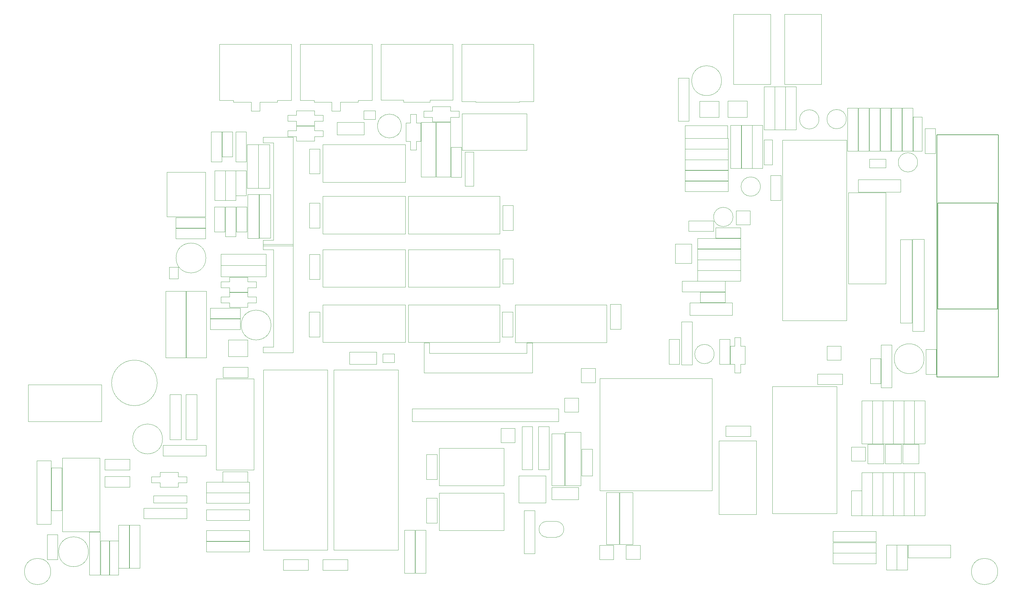
<source format=gbr>
%TF.GenerationSoftware,KiCad,Pcbnew,5.1.5+dfsg1-2build2*%
%TF.CreationDate,2021-10-05T23:16:15-04:00*%
%TF.ProjectId,coco3,636f636f-332e-46b6-9963-61645f706362,1.1.0*%
%TF.SameCoordinates,Original*%
%TF.FileFunction,Other,User*%
%FSLAX46Y46*%
G04 Gerber Fmt 4.6, Leading zero omitted, Abs format (unit mm)*
G04 Created by KiCad (PCBNEW 5.1.5+dfsg1-2build2) date 2021-10-05 23:16:15*
%MOMM*%
%LPD*%
G04 APERTURE LIST*
%ADD10C,0.050000*%
%ADD11C,0.152400*%
G04 APERTURE END LIST*
D10*
%TO.C,CN4*%
X185321400Y-101334000D02*
X185321400Y-104334000D01*
X186921400Y-101334000D02*
X185321400Y-101334000D01*
X186921400Y-104334000D02*
X186921400Y-101334000D01*
X157551400Y-101334000D02*
X157551400Y-104334000D01*
X155951400Y-101334000D02*
X157551400Y-101334000D01*
X155951400Y-104334000D02*
X155951400Y-101334000D01*
X186921400Y-109914000D02*
X155951400Y-109914000D01*
X186921400Y-104334000D02*
X186921400Y-109914000D01*
X157551400Y-104334000D02*
X185321400Y-104334000D01*
X155951400Y-109914000D02*
X155951400Y-104334000D01*
%TO.C,CN6*%
X110061000Y-44304000D02*
X113061000Y-44304000D01*
X110061000Y-42704000D02*
X110061000Y-44304000D01*
X113061000Y-42704000D02*
X110061000Y-42704000D01*
X110061000Y-72074000D02*
X113061000Y-72074000D01*
X110061000Y-73674000D02*
X110061000Y-72074000D01*
X113061000Y-73674000D02*
X110061000Y-73674000D01*
X118641000Y-42704000D02*
X118641000Y-73674000D01*
X113061000Y-42704000D02*
X118641000Y-42704000D01*
X113061000Y-72074000D02*
X113061000Y-44304000D01*
X118641000Y-73674000D02*
X113061000Y-73674000D01*
%TO.C,CN5*%
X110061000Y-74804000D02*
X113061000Y-74804000D01*
X110061000Y-73204000D02*
X110061000Y-74804000D01*
X113061000Y-73204000D02*
X110061000Y-73204000D01*
X110061000Y-102574000D02*
X113061000Y-102574000D01*
X110061000Y-104174000D02*
X110061000Y-102574000D01*
X113061000Y-104174000D02*
X110061000Y-104174000D01*
X118641000Y-73204000D02*
X118641000Y-104174000D01*
X113061000Y-73204000D02*
X118641000Y-73204000D01*
X113061000Y-102574000D02*
X113061000Y-74804000D01*
X118641000Y-104174000D02*
X113061000Y-104174000D01*
%TO.C,J5A1001*%
X254759200Y-7620400D02*
X244243600Y-7620400D01*
X244243600Y-7620400D02*
X244243600Y-27635600D01*
X244243600Y-27635600D02*
X254759200Y-27635600D01*
X254759200Y-27635600D02*
X254759200Y-7620400D01*
%TO.C,J5B1001*%
X269259200Y-7620400D02*
X258743600Y-7620400D01*
X258743600Y-7620400D02*
X258743600Y-27635600D01*
X258743600Y-27635600D02*
X269259200Y-27635600D01*
X269259200Y-27635600D02*
X269259200Y-7620400D01*
%TO.C,C1*%
X257791000Y-53624000D02*
X254791000Y-53624000D01*
X254791000Y-53624000D02*
X254791000Y-60724000D01*
X254791000Y-60724000D02*
X257791000Y-60724000D01*
X257791000Y-60724000D02*
X257791000Y-53624000D01*
%TO.C,C2*%
X276371000Y-37544000D02*
G75*
G03X276371000Y-37544000I-2750000J0D01*
G01*
%TO.C,C3*%
X296701000Y-49864000D02*
G75*
G03X296701000Y-49864000I-2750000J0D01*
G01*
%TO.C,C4*%
X268151000Y-113224000D02*
X275251000Y-113224000D01*
X268151000Y-110224000D02*
X268151000Y-113224000D01*
X275251000Y-110224000D02*
X268151000Y-110224000D01*
X275251000Y-113224000D02*
X275251000Y-110224000D01*
%TO.C,C6*%
X115851000Y-163174000D02*
X115851000Y-166174000D01*
X115851000Y-166174000D02*
X122951000Y-166174000D01*
X122951000Y-166174000D02*
X122951000Y-163174000D01*
X122951000Y-163174000D02*
X115851000Y-163174000D01*
%TO.C,C7*%
X127151000Y-166174000D02*
X134251000Y-166174000D01*
X127151000Y-163174000D02*
X127151000Y-166174000D01*
X134251000Y-163174000D02*
X127151000Y-163174000D01*
X134251000Y-166174000D02*
X134251000Y-163174000D01*
%TO.C,C8*%
X243201000Y-107474000D02*
X243201000Y-100374000D01*
X240201000Y-107474000D02*
X243201000Y-107474000D01*
X240201000Y-100374000D02*
X240201000Y-107474000D01*
X243201000Y-100374000D02*
X240201000Y-100374000D01*
%TO.C,C9*%
X238681000Y-104544000D02*
G75*
G03X238681000Y-104544000I-2750000J0D01*
G01*
%TO.C,C10*%
X228801000Y-100324000D02*
X225801000Y-100324000D01*
X225801000Y-100324000D02*
X225801000Y-107424000D01*
X225801000Y-107424000D02*
X228801000Y-107424000D01*
X228801000Y-107424000D02*
X228801000Y-100324000D01*
%TO.C,C11*%
X286201000Y-112974000D02*
X286201000Y-105874000D01*
X283201000Y-112974000D02*
X286201000Y-112974000D01*
X283201000Y-105874000D02*
X283201000Y-112974000D01*
X286201000Y-105874000D02*
X283201000Y-105874000D01*
%TO.C,C12*%
X242001000Y-125024000D02*
X242001000Y-128024000D01*
X242001000Y-128024000D02*
X249101000Y-128024000D01*
X249101000Y-128024000D02*
X249101000Y-125024000D01*
X249101000Y-125024000D02*
X242001000Y-125024000D01*
%TO.C,C13*%
X98551400Y-138074000D02*
X98551400Y-141074000D01*
X98551400Y-141074000D02*
X105651400Y-141074000D01*
X105651400Y-141074000D02*
X105651400Y-138074000D01*
X105651400Y-138074000D02*
X98551400Y-138074000D01*
%TO.C,C14*%
X48501400Y-156024000D02*
X48501400Y-163124000D01*
X51501400Y-156024000D02*
X48501400Y-156024000D01*
X51501400Y-163124000D02*
X51501400Y-156024000D01*
X48501400Y-163124000D02*
X51501400Y-163124000D01*
%TO.C,C15*%
X60301400Y-160944000D02*
G75*
G03X60301400Y-160944000I-4250000J0D01*
G01*
%TO.C,C16*%
X105301400Y-49694000D02*
X105301400Y-41194000D01*
X102301400Y-49694000D02*
X105301400Y-49694000D01*
X102301400Y-41194000D02*
X102301400Y-49694000D01*
X105301400Y-41194000D02*
X102301400Y-41194000D01*
%TO.C,C17*%
X99301400Y-71074000D02*
X102301400Y-71074000D01*
X102301400Y-71074000D02*
X102301400Y-62574000D01*
X102301400Y-62574000D02*
X99301400Y-62574000D01*
X99301400Y-62574000D02*
X99301400Y-71074000D01*
%TO.C,C18*%
X105461400Y-62574000D02*
X102461400Y-62574000D01*
X102461400Y-62574000D02*
X102461400Y-69674000D01*
X102461400Y-69674000D02*
X105461400Y-69674000D01*
X105461400Y-69674000D02*
X105461400Y-62574000D01*
%TO.C,C19*%
X105301400Y-59324000D02*
X105301400Y-52224000D01*
X102301400Y-59324000D02*
X105301400Y-59324000D01*
X102301400Y-52224000D02*
X102301400Y-59324000D01*
X105301400Y-52224000D02*
X102301400Y-52224000D01*
%TO.C,C20*%
X98301400Y-41194000D02*
X95301400Y-41194000D01*
X95301400Y-41194000D02*
X95301400Y-49694000D01*
X95301400Y-49694000D02*
X98301400Y-49694000D01*
X98301400Y-49694000D02*
X98301400Y-41194000D01*
%TO.C,C21*%
X96301400Y-52224000D02*
X96301400Y-60724000D01*
X99301400Y-52224000D02*
X96301400Y-52224000D01*
X99301400Y-60724000D02*
X99301400Y-52224000D01*
X96301400Y-60724000D02*
X99301400Y-60724000D01*
%TO.C,C22*%
X101401400Y-48294000D02*
X101401400Y-41194000D01*
X98401400Y-48294000D02*
X101401400Y-48294000D01*
X98401400Y-41194000D02*
X98401400Y-48294000D01*
X101401400Y-41194000D02*
X98401400Y-41194000D01*
%TO.C,C23*%
X99201400Y-69674000D02*
X99201400Y-62574000D01*
X96201400Y-69674000D02*
X99201400Y-69674000D01*
X96201400Y-62574000D02*
X96201400Y-69674000D01*
X99201400Y-62574000D02*
X96201400Y-62574000D01*
%TO.C,C24*%
X149521000Y-39504000D02*
G75*
G03X149521000Y-39504000I-3400000J0D01*
G01*
%TO.C,C25*%
X163651000Y-45574000D02*
X163651000Y-54074000D01*
X166651000Y-45574000D02*
X163651000Y-45574000D01*
X166651000Y-54074000D02*
X166651000Y-45574000D01*
X163651000Y-54074000D02*
X166651000Y-54074000D01*
%TO.C,C26*%
X302051000Y-110324000D02*
X302051000Y-103224000D01*
X299051000Y-110324000D02*
X302051000Y-110324000D01*
X299051000Y-103224000D02*
X299051000Y-110324000D01*
X302051000Y-103224000D02*
X299051000Y-103224000D01*
%TO.C,C27*%
X298551000Y-105874000D02*
G75*
G03X298551000Y-105874000I-4250000J0D01*
G01*
%TO.C,C28*%
X72051400Y-134574000D02*
X64951400Y-134574000D01*
X72051400Y-137574000D02*
X72051400Y-134574000D01*
X64951400Y-137574000D02*
X72051400Y-137574000D01*
X64951400Y-134574000D02*
X64951400Y-137574000D01*
%TO.C,C29*%
X79901400Y-112774000D02*
G75*
G03X79901400Y-112774000I-6500000J0D01*
G01*
%TO.C,C30*%
X72051400Y-142474000D02*
X72051400Y-139474000D01*
X72051400Y-139474000D02*
X64951400Y-139474000D01*
X64951400Y-139474000D02*
X64951400Y-142474000D01*
X64951400Y-142474000D02*
X72051400Y-142474000D01*
%TO.C,C31*%
X81411400Y-128774000D02*
G75*
G03X81411400Y-128774000I-4250000J0D01*
G01*
%TO.C,C32*%
X103551400Y-94524000D02*
X95051400Y-94524000D01*
X103551400Y-97524000D02*
X103551400Y-94524000D01*
X95051400Y-97524000D02*
X103551400Y-97524000D01*
X95051400Y-94524000D02*
X95051400Y-97524000D01*
%TO.C,C33*%
X95051400Y-91424000D02*
X95051400Y-94424000D01*
X95051400Y-94424000D02*
X103551400Y-94424000D01*
X103551400Y-94424000D02*
X103551400Y-91424000D01*
X103551400Y-91424000D02*
X95051400Y-91424000D01*
%TO.C,C34*%
X255341000Y-50524000D02*
X255341000Y-43424000D01*
X252941000Y-50524000D02*
X255341000Y-50524000D01*
X252941000Y-43424000D02*
X252941000Y-50524000D01*
X255341000Y-43424000D02*
X252941000Y-43424000D01*
%TO.C,C35*%
X85201400Y-68624000D02*
X93701400Y-68624000D01*
X85201400Y-65624000D02*
X85201400Y-68624000D01*
X93701400Y-65624000D02*
X85201400Y-65624000D01*
X93701400Y-68624000D02*
X93701400Y-65624000D01*
%TO.C,C36*%
X93701400Y-71674000D02*
X93701400Y-68674000D01*
X93701400Y-68674000D02*
X85201400Y-68674000D01*
X85201400Y-68674000D02*
X85201400Y-71674000D01*
X85201400Y-71674000D02*
X93701400Y-71674000D01*
%TO.C,C37*%
X234731000Y-89844000D02*
X241831000Y-89844000D01*
X234731000Y-86844000D02*
X234731000Y-89844000D01*
X241831000Y-86844000D02*
X234731000Y-86844000D01*
X241831000Y-89844000D02*
X241831000Y-86844000D01*
%TO.C,C38*%
X209101000Y-97424000D02*
X212101000Y-97424000D01*
X212101000Y-97424000D02*
X212101000Y-90324000D01*
X212101000Y-90324000D02*
X209101000Y-90324000D01*
X209101000Y-90324000D02*
X209101000Y-97424000D01*
%TO.C,C39*%
X178401000Y-69264000D02*
X181401000Y-69264000D01*
X181401000Y-69264000D02*
X181401000Y-62164000D01*
X181401000Y-62164000D02*
X178401000Y-62164000D01*
X178401000Y-62164000D02*
X178401000Y-69264000D01*
%TO.C,C40*%
X178276000Y-92564000D02*
X178276000Y-99664000D01*
X181276000Y-92564000D02*
X178276000Y-92564000D01*
X181276000Y-99664000D02*
X181276000Y-92564000D01*
X178276000Y-99664000D02*
X181276000Y-99664000D01*
%TO.C,C41*%
X178401000Y-77364000D02*
X178401000Y-84464000D01*
X181401000Y-77364000D02*
X178401000Y-77364000D01*
X181401000Y-84464000D02*
X181401000Y-77364000D01*
X178401000Y-84464000D02*
X181401000Y-84464000D01*
%TO.C,C42*%
X277801000Y-150624000D02*
X280801000Y-150624000D01*
X280801000Y-150624000D02*
X280801000Y-143524000D01*
X280801000Y-143524000D02*
X277801000Y-143524000D01*
X277801000Y-143524000D02*
X277801000Y-150624000D01*
%TO.C,C43*%
X123301000Y-46024000D02*
X123301000Y-53124000D01*
X126301000Y-46024000D02*
X123301000Y-46024000D01*
X126301000Y-53124000D02*
X126301000Y-46024000D01*
X123301000Y-53124000D02*
X126301000Y-53124000D01*
%TO.C,C44*%
X126301000Y-61464000D02*
X123301000Y-61464000D01*
X123301000Y-61464000D02*
X123301000Y-68564000D01*
X123301000Y-68564000D02*
X126301000Y-68564000D01*
X126301000Y-68564000D02*
X126301000Y-61464000D01*
%TO.C,C45*%
X126301000Y-83224000D02*
X126301000Y-76124000D01*
X123301000Y-83224000D02*
X126301000Y-83224000D01*
X123301000Y-76124000D02*
X123301000Y-83224000D01*
X126301000Y-76124000D02*
X123301000Y-76124000D01*
%TO.C,C46*%
X126231000Y-92574000D02*
X123231000Y-92574000D01*
X123231000Y-92574000D02*
X123231000Y-99674000D01*
X123231000Y-99674000D02*
X126231000Y-99674000D01*
X126231000Y-99674000D02*
X126231000Y-92574000D01*
%TO.C,C47*%
X156701000Y-133224000D02*
X156701000Y-140324000D01*
X159701000Y-133224000D02*
X156701000Y-133224000D01*
X159701000Y-140324000D02*
X159701000Y-133224000D01*
X156701000Y-140324000D02*
X159701000Y-140324000D01*
%TO.C,C48*%
X156701000Y-152724000D02*
X159701000Y-152724000D01*
X159701000Y-152724000D02*
X159701000Y-145624000D01*
X159701000Y-145624000D02*
X156701000Y-145624000D01*
X156701000Y-145624000D02*
X156701000Y-152724000D01*
%TO.C,C49*%
X99301400Y-60724000D02*
X102301400Y-60724000D01*
X102301400Y-60724000D02*
X102301400Y-52224000D01*
X102301400Y-52224000D02*
X99301400Y-52224000D01*
X99301400Y-52224000D02*
X99301400Y-60724000D01*
%TO.C,C50*%
X239151000Y-68474000D02*
X239151000Y-71474000D01*
X239151000Y-71474000D02*
X246251000Y-71474000D01*
X246251000Y-71474000D02*
X246251000Y-68474000D01*
X246251000Y-68474000D02*
X239151000Y-68474000D01*
%TO.C,C51*%
X238551000Y-69554000D02*
X238551000Y-66554000D01*
X238551000Y-66554000D02*
X231451000Y-66554000D01*
X231451000Y-66554000D02*
X231451000Y-69554000D01*
X231451000Y-69554000D02*
X238551000Y-69554000D01*
%TO.C,C54*%
X240801000Y-26574000D02*
G75*
G03X240801000Y-26574000I-4250000J0D01*
G01*
%TO.C,C55*%
X251881000Y-56774000D02*
G75*
G03X251881000Y-56774000I-2750000J0D01*
G01*
%TO.C,C56*%
X268571000Y-37614000D02*
G75*
G03X268571000Y-37614000I-2750000J0D01*
G01*
%TO.C,C58*%
X290801000Y-166124000D02*
X293801000Y-166124000D01*
X293801000Y-166124000D02*
X293801000Y-159024000D01*
X293801000Y-159024000D02*
X290801000Y-159024000D01*
X290801000Y-159024000D02*
X290801000Y-166124000D01*
%TO.C,C59*%
X287801000Y-159024000D02*
X287801000Y-166124000D01*
X290801000Y-159024000D02*
X287801000Y-159024000D01*
X290801000Y-166124000D02*
X290801000Y-159024000D01*
X287801000Y-166124000D02*
X290801000Y-166124000D01*
%TO.C,C60*%
X192351000Y-146074000D02*
X200051000Y-146074000D01*
X192351000Y-142574000D02*
X192351000Y-146074000D01*
X200051000Y-142574000D02*
X192351000Y-142574000D01*
X200051000Y-146074000D02*
X200051000Y-142574000D01*
%TO.C,C61*%
X298801000Y-47324000D02*
X301801000Y-47324000D01*
X301801000Y-47324000D02*
X301801000Y-40224000D01*
X301801000Y-40224000D02*
X298801000Y-40224000D01*
X298801000Y-40224000D02*
X298801000Y-47324000D01*
%TO.C,C62*%
X93781400Y-77144000D02*
G75*
G03X93781400Y-77144000I-4250000J0D01*
G01*
%TO.C,C63*%
X112351000Y-96274000D02*
G75*
G03X112351000Y-96274000I-4250000J0D01*
G01*
%TO.C,C64*%
X200951000Y-139324000D02*
X203951000Y-139324000D01*
X203951000Y-139324000D02*
X203951000Y-131624000D01*
X203951000Y-131624000D02*
X200951000Y-131624000D01*
X200951000Y-131624000D02*
X200951000Y-139324000D01*
%TO.C,C65*%
X134751000Y-103974000D02*
X134751000Y-107474000D01*
X134751000Y-107474000D02*
X142451000Y-107474000D01*
X142451000Y-107474000D02*
X142451000Y-103974000D01*
X142451000Y-103974000D02*
X134751000Y-103974000D01*
%TO.C,C66*%
X138851000Y-41974000D02*
X138851000Y-38474000D01*
X138851000Y-38474000D02*
X131151000Y-38474000D01*
X131151000Y-38474000D02*
X131151000Y-41974000D01*
X131151000Y-41974000D02*
X138851000Y-41974000D01*
%TO.C,C67*%
X244061000Y-65444000D02*
G75*
G03X244061000Y-65444000I-2750000J0D01*
G01*
%TO.C,C68*%
X105751400Y-108274000D02*
X98651400Y-108274000D01*
X105751400Y-111274000D02*
X105751400Y-108274000D01*
X98651400Y-111274000D02*
X105751400Y-111274000D01*
X98651400Y-108274000D02*
X98651400Y-111274000D01*
D11*
%TO.C,CN1*%
X319468400Y-91687000D02*
X319468400Y-61461000D01*
X302488500Y-91687000D02*
X319468400Y-91687000D01*
X302488500Y-61461000D02*
X302488500Y-91687000D01*
X319468400Y-61461000D02*
X302488500Y-61461000D01*
X319722400Y-111118000D02*
X319722400Y-42030000D01*
X302234500Y-111118000D02*
X319722400Y-111118000D01*
X302234500Y-42030000D02*
X302234500Y-111118000D01*
X319722400Y-42030000D02*
X302234500Y-42030000D01*
D10*
%TO.C,CN7*%
X82701400Y-52644000D02*
X82701400Y-65384000D01*
X93711400Y-52644000D02*
X82701400Y-52644000D01*
X93711400Y-65384000D02*
X93711400Y-52644000D01*
X82701400Y-65384000D02*
X93711400Y-65384000D01*
%TO.C,D1*%
X88051400Y-86624000D02*
X82351400Y-86624000D01*
X82351400Y-86624000D02*
X82351400Y-105564000D01*
X82351400Y-105564000D02*
X88051400Y-105564000D01*
X88051400Y-105564000D02*
X88051400Y-86624000D01*
%TO.C,D2*%
X93901400Y-105564000D02*
X93901400Y-86624000D01*
X88201400Y-105564000D02*
X93901400Y-105564000D01*
X88201400Y-86624000D02*
X88201400Y-105564000D01*
X93901400Y-86624000D02*
X88201400Y-86624000D01*
%TO.C,D3*%
X91251400Y-128974000D02*
X91251400Y-116114000D01*
X88051400Y-128974000D02*
X91251400Y-128974000D01*
X88051400Y-116114000D02*
X88051400Y-128974000D01*
X91251400Y-116114000D02*
X88051400Y-116114000D01*
%TO.C,D4*%
X86741400Y-116114000D02*
X83541400Y-116114000D01*
X83541400Y-116114000D02*
X83541400Y-128974000D01*
X83541400Y-128974000D02*
X86741400Y-128974000D01*
X86741400Y-128974000D02*
X86741400Y-116114000D01*
%TO.C,D5*%
X167651000Y-56624000D02*
X170151000Y-56624000D01*
X170151000Y-56624000D02*
X170151000Y-46904000D01*
X170151000Y-46904000D02*
X167651000Y-46904000D01*
X167651000Y-46904000D02*
X167651000Y-56624000D01*
%TO.C,D6*%
X66251400Y-167584000D02*
X66251400Y-157864000D01*
X63751400Y-167584000D02*
X66251400Y-167584000D01*
X63751400Y-157864000D02*
X63751400Y-167584000D01*
X66251400Y-157864000D02*
X63751400Y-157864000D01*
%TO.C,D7*%
X68851400Y-157864000D02*
X66351400Y-157864000D01*
X66351400Y-157864000D02*
X66351400Y-167584000D01*
X66351400Y-167584000D02*
X68851400Y-167584000D01*
X68851400Y-167584000D02*
X68851400Y-157864000D01*
%TO.C,D8*%
X108711400Y-57274000D02*
X108711400Y-44814000D01*
X105511400Y-57274000D02*
X108711400Y-57274000D01*
X105511400Y-44814000D02*
X105511400Y-57274000D01*
X108711400Y-44814000D02*
X105511400Y-44814000D01*
%TO.C,D9*%
X111981400Y-44814000D02*
X108781400Y-44814000D01*
X108781400Y-44814000D02*
X108781400Y-57274000D01*
X108781400Y-57274000D02*
X111981400Y-57274000D01*
X111981400Y-57274000D02*
X111981400Y-44814000D01*
%TO.C,D10*%
X108921400Y-59054000D02*
X105721400Y-59054000D01*
X105721400Y-59054000D02*
X105721400Y-71514000D01*
X105721400Y-71514000D02*
X108921400Y-71514000D01*
X108921400Y-71514000D02*
X108921400Y-59054000D01*
%TO.C,D11*%
X112231400Y-71504000D02*
X112231400Y-59044000D01*
X109031400Y-71504000D02*
X112231400Y-71504000D01*
X109031400Y-59044000D02*
X109031400Y-71504000D01*
X112231400Y-59044000D02*
X109031400Y-59044000D01*
%TO.C,D12*%
X297951000Y-46674000D02*
X297951000Y-36954000D01*
X295451000Y-46674000D02*
X297951000Y-46674000D01*
X295451000Y-36954000D02*
X295451000Y-46674000D01*
X297951000Y-36954000D02*
X295451000Y-36954000D01*
%TO.C,D13*%
X110921400Y-76014000D02*
X98061400Y-76014000D01*
X110921400Y-79214000D02*
X110921400Y-76014000D01*
X98061400Y-79214000D02*
X110921400Y-79214000D01*
X98061400Y-76014000D02*
X98061400Y-79214000D01*
%TO.C,D14*%
X110921000Y-82494000D02*
X110921000Y-79294000D01*
X110921000Y-79294000D02*
X98061000Y-79294000D01*
X98061000Y-79294000D02*
X98061000Y-82494000D01*
X98061000Y-82494000D02*
X110921000Y-82494000D01*
%TO.C,IC1*%
X276501000Y-43554000D02*
X258151000Y-43554000D01*
X276501000Y-95004000D02*
X276501000Y-43554000D01*
X258151000Y-95004000D02*
X276501000Y-95004000D01*
X258151000Y-43554000D02*
X258151000Y-95004000D01*
%TO.C,IC3*%
X287681000Y-58474000D02*
X276981000Y-58474000D01*
X287681000Y-84524000D02*
X287681000Y-58474000D01*
X276981000Y-84524000D02*
X287681000Y-84524000D01*
X276981000Y-58474000D02*
X276981000Y-84524000D01*
%TO.C,IC4*%
X110151000Y-109034000D02*
X110151000Y-160484000D01*
X110151000Y-160484000D02*
X128501000Y-160484000D01*
X128501000Y-160484000D02*
X128501000Y-109034000D01*
X128501000Y-109034000D02*
X110151000Y-109034000D01*
%TO.C,IC5*%
X148581000Y-109034000D02*
X130231000Y-109034000D01*
X148581000Y-160484000D02*
X148581000Y-109034000D01*
X130231000Y-160484000D02*
X148581000Y-160484000D01*
X130231000Y-109034000D02*
X130231000Y-160484000D01*
%TO.C,IC6*%
X206101000Y-111474000D02*
X206101000Y-143474000D01*
X238101000Y-111474000D02*
X206101000Y-111474000D01*
X238101000Y-143474000D02*
X238101000Y-111474000D01*
X206101000Y-143474000D02*
X238101000Y-143474000D01*
%TO.C,IC7*%
X96751400Y-111574000D02*
X96751400Y-137624000D01*
X96751400Y-137624000D02*
X107451400Y-137624000D01*
X107451400Y-137624000D02*
X107451400Y-111574000D01*
X107451400Y-111574000D02*
X96751400Y-111574000D01*
%TO.C,IC8*%
X52851400Y-134174000D02*
X52851400Y-155174000D01*
X52851400Y-155174000D02*
X63551400Y-155174000D01*
X63551400Y-155174000D02*
X63551400Y-134174000D01*
X63551400Y-134174000D02*
X52851400Y-134174000D01*
%TO.C,IC9*%
X250751000Y-129254000D02*
X240051000Y-129254000D01*
X250751000Y-150254000D02*
X250751000Y-129254000D01*
X240051000Y-150254000D02*
X250751000Y-150254000D01*
X240051000Y-129254000D02*
X240051000Y-150254000D01*
%TO.C,IC10*%
X182001000Y-101244000D02*
X208051000Y-101244000D01*
X208051000Y-101244000D02*
X208051000Y-90544000D01*
X208051000Y-90544000D02*
X182001000Y-90544000D01*
X182001000Y-90544000D02*
X182001000Y-101244000D01*
%TO.C,IC11*%
X151501000Y-59554000D02*
X151501000Y-70254000D01*
X177551000Y-59554000D02*
X151501000Y-59554000D01*
X177551000Y-70254000D02*
X177551000Y-59554000D01*
X151501000Y-70254000D02*
X177551000Y-70254000D01*
%TO.C,IC12*%
X151501000Y-101174000D02*
X177551000Y-101174000D01*
X177551000Y-101174000D02*
X177551000Y-90474000D01*
X177551000Y-90474000D02*
X151501000Y-90474000D01*
X151501000Y-90474000D02*
X151501000Y-101174000D01*
%TO.C,IC13*%
X151501000Y-74734000D02*
X151501000Y-85434000D01*
X177551000Y-74734000D02*
X151501000Y-74734000D01*
X177551000Y-85434000D02*
X177551000Y-74734000D01*
X151501000Y-85434000D02*
X177551000Y-85434000D01*
%TO.C,IC14*%
X160331000Y-142084000D02*
X178781000Y-142084000D01*
X178781000Y-142084000D02*
X178781000Y-131384000D01*
X178781000Y-131384000D02*
X160331000Y-131384000D01*
X160331000Y-131384000D02*
X160331000Y-142084000D01*
%TO.C,IC15*%
X160331000Y-144174000D02*
X160331000Y-154874000D01*
X178781000Y-144174000D02*
X160331000Y-144174000D01*
X178781000Y-154874000D02*
X178781000Y-144174000D01*
X160331000Y-154874000D02*
X178781000Y-154874000D01*
%TO.C,IC16*%
X127151000Y-85434000D02*
X150651000Y-85434000D01*
X150651000Y-85434000D02*
X150651000Y-74734000D01*
X150651000Y-74734000D02*
X127151000Y-74734000D01*
X127151000Y-74734000D02*
X127151000Y-85434000D01*
%TO.C,IC17*%
X127151000Y-90474000D02*
X127151000Y-101174000D01*
X150651000Y-90474000D02*
X127151000Y-90474000D01*
X150651000Y-101174000D02*
X150651000Y-90474000D01*
X127151000Y-101174000D02*
X150651000Y-101174000D01*
%TO.C,IC18*%
X127151000Y-44824000D02*
X127151000Y-55524000D01*
X150651000Y-44824000D02*
X127151000Y-44824000D01*
X150651000Y-55524000D02*
X150651000Y-44824000D01*
X127151000Y-55524000D02*
X150651000Y-55524000D01*
%TO.C,IC19*%
X127151000Y-70254000D02*
X150651000Y-70254000D01*
X150651000Y-70254000D02*
X150651000Y-59554000D01*
X150651000Y-59554000D02*
X127151000Y-59554000D01*
X127151000Y-59554000D02*
X127151000Y-70254000D01*
%TO.C,IC36*%
X105661000Y-105204000D02*
X100201000Y-105204000D01*
X105661000Y-105204000D02*
X105661000Y-100464000D01*
X100201000Y-100464000D02*
X100201000Y-105204000D01*
X100201000Y-100464000D02*
X105661000Y-100464000D01*
%TO.C,CN2*%
X152641000Y-123784000D02*
X194341000Y-123784000D01*
X194341000Y-123784000D02*
X194341000Y-120184000D01*
X194341000Y-120184000D02*
X152641000Y-120184000D01*
X152641000Y-120184000D02*
X152641000Y-123784000D01*
%TO.C,JK1*%
X97671000Y-16214000D02*
X118171000Y-16214000D01*
X97671000Y-32214000D02*
X97671000Y-16214000D01*
X101671000Y-32214000D02*
X97671000Y-32214000D01*
X101671000Y-32694000D02*
X101671000Y-32214000D01*
X106691000Y-32694000D02*
X101671000Y-32694000D01*
X106691000Y-35194000D02*
X106691000Y-32694000D01*
X109151000Y-35194000D02*
X106691000Y-35194000D01*
X109151000Y-32694000D02*
X109151000Y-35194000D01*
X114171000Y-32694000D02*
X109151000Y-32694000D01*
X114171000Y-32214000D02*
X114171000Y-32694000D01*
X118171000Y-32214000D02*
X114171000Y-32214000D01*
X118171000Y-16214000D02*
X118171000Y-32214000D01*
%TO.C,JK2*%
X141171000Y-16214000D02*
X141171000Y-32214000D01*
X141171000Y-32214000D02*
X137171000Y-32214000D01*
X137171000Y-32214000D02*
X137171000Y-32694000D01*
X137171000Y-32694000D02*
X132151000Y-32694000D01*
X132151000Y-32694000D02*
X132151000Y-35194000D01*
X132151000Y-35194000D02*
X129691000Y-35194000D01*
X129691000Y-35194000D02*
X129691000Y-32694000D01*
X129691000Y-32694000D02*
X124671000Y-32694000D01*
X124671000Y-32694000D02*
X124671000Y-32214000D01*
X124671000Y-32214000D02*
X120671000Y-32214000D01*
X120671000Y-32214000D02*
X120671000Y-16214000D01*
X120671000Y-16214000D02*
X141171000Y-16214000D01*
%TO.C,JK3*%
X164171000Y-16214000D02*
X164171000Y-32114000D01*
X164171000Y-32114000D02*
X157671000Y-32114000D01*
X157671000Y-32114000D02*
X157671000Y-32714000D01*
X157671000Y-32714000D02*
X150171000Y-32714000D01*
X150171000Y-32714000D02*
X150171000Y-32114000D01*
X150171000Y-32114000D02*
X143671000Y-32114000D01*
X143671000Y-32114000D02*
X143671000Y-16214000D01*
X143671000Y-16214000D02*
X164171000Y-16214000D01*
%TO.C,JK4*%
X187201000Y-16214000D02*
X187201000Y-32514000D01*
X187201000Y-32514000D02*
X183201000Y-32514000D01*
X183201000Y-32514000D02*
X183201000Y-32714000D01*
X183201000Y-32714000D02*
X170701000Y-32714000D01*
X170701000Y-32714000D02*
X170701000Y-32514000D01*
X170701000Y-32514000D02*
X166701000Y-32514000D01*
X166701000Y-32514000D02*
X166701000Y-16214000D01*
X166701000Y-16214000D02*
X187201000Y-16214000D01*
%TO.C,L1*%
X196201000Y-142074000D02*
X200701000Y-142074000D01*
X200701000Y-142074000D02*
X200701000Y-126874000D01*
X200701000Y-126874000D02*
X196201000Y-126874000D01*
X196201000Y-126874000D02*
X196201000Y-142074000D01*
%TO.C,MP1*%
X295241000Y-98074000D02*
X298541000Y-98074000D01*
X298541000Y-98074000D02*
X298541000Y-71824000D01*
X298541000Y-71824000D02*
X295241000Y-71824000D01*
X295241000Y-71824000D02*
X295241000Y-98074000D01*
%TO.C,MP2*%
X291801000Y-95644000D02*
X295101000Y-95644000D01*
X295101000Y-95644000D02*
X295101000Y-71894000D01*
X295101000Y-71894000D02*
X291801000Y-71894000D01*
X291801000Y-71894000D02*
X291801000Y-95644000D01*
%TO.C,Q1*%
X43091400Y-113307000D02*
X43091400Y-123807000D01*
X64051400Y-113307000D02*
X43091400Y-113307000D01*
X64051400Y-123807000D02*
X64051400Y-113307000D01*
X43091400Y-123807000D02*
X64051400Y-123807000D01*
%TO.C,Q2*%
X240041000Y-37024000D02*
X234541000Y-37024000D01*
X240041000Y-37024000D02*
X240041000Y-32424000D01*
X234541000Y-32424000D02*
X234541000Y-37024000D01*
X234541000Y-32424000D02*
X240041000Y-32424000D01*
%TO.C,Q3*%
X232241000Y-73174000D02*
X232241000Y-78674000D01*
X232241000Y-73174000D02*
X227641000Y-73174000D01*
X227641000Y-78674000D02*
X232241000Y-78674000D01*
X227641000Y-78674000D02*
X227641000Y-73174000D01*
%TO.C,Q4*%
X248141000Y-36974000D02*
X242641000Y-36974000D01*
X248141000Y-36974000D02*
X248141000Y-32374000D01*
X242641000Y-32374000D02*
X242641000Y-36974000D01*
X242641000Y-32374000D02*
X248141000Y-32374000D01*
%TO.C,Q5*%
X282451000Y-135774000D02*
X282451000Y-130274000D01*
X282451000Y-135774000D02*
X287051000Y-135774000D01*
X287051000Y-130274000D02*
X282451000Y-130274000D01*
X287051000Y-130274000D02*
X287051000Y-135774000D01*
%TO.C,Q6*%
X292051000Y-130274000D02*
X292051000Y-135774000D01*
X292051000Y-130274000D02*
X287451000Y-130274000D01*
X287451000Y-135774000D02*
X292051000Y-135774000D01*
X287451000Y-135774000D02*
X287451000Y-130274000D01*
%TO.C,Q7*%
X292451000Y-135774000D02*
X292451000Y-130274000D01*
X292451000Y-135774000D02*
X297051000Y-135774000D01*
X297051000Y-130274000D02*
X292451000Y-130274000D01*
X297051000Y-130274000D02*
X297051000Y-135774000D01*
%TO.C,R1*%
X295326000Y-34414000D02*
X292326000Y-34414000D01*
X292326000Y-34414000D02*
X292326000Y-46674000D01*
X292326000Y-46674000D02*
X295326000Y-46674000D01*
X295326000Y-46674000D02*
X295326000Y-34414000D01*
%TO.C,R2*%
X282826000Y-34414000D02*
X279826000Y-34414000D01*
X279826000Y-34414000D02*
X279826000Y-46674000D01*
X279826000Y-46674000D02*
X282826000Y-46674000D01*
X282826000Y-46674000D02*
X282826000Y-34414000D01*
%TO.C,R3*%
X285951000Y-46674000D02*
X285951000Y-34414000D01*
X282951000Y-46674000D02*
X285951000Y-46674000D01*
X282951000Y-34414000D02*
X282951000Y-46674000D01*
X285951000Y-34414000D02*
X282951000Y-34414000D01*
%TO.C,R4*%
X289076000Y-46674000D02*
X289076000Y-34414000D01*
X286076000Y-46674000D02*
X289076000Y-46674000D01*
X286076000Y-34414000D02*
X286076000Y-46674000D01*
X289076000Y-34414000D02*
X286076000Y-34414000D01*
%TO.C,R5*%
X292201000Y-34414000D02*
X289201000Y-34414000D01*
X289201000Y-34414000D02*
X289201000Y-46674000D01*
X289201000Y-46674000D02*
X292201000Y-46674000D01*
X292201000Y-46674000D02*
X292201000Y-34414000D01*
%TO.C,R6*%
X153501000Y-167024000D02*
X156501000Y-167024000D01*
X156501000Y-167024000D02*
X156501000Y-154764000D01*
X156501000Y-154764000D02*
X153501000Y-154764000D01*
X153501000Y-154764000D02*
X153501000Y-167024000D01*
%TO.C,R7*%
X93951400Y-157974000D02*
X93951400Y-160974000D01*
X93951400Y-160974000D02*
X106211400Y-160974000D01*
X106211400Y-160974000D02*
X106211400Y-157974000D01*
X106211400Y-157974000D02*
X93951400Y-157974000D01*
%TO.C,R8*%
X232401000Y-107634000D02*
X232401000Y-95374000D01*
X229401000Y-107634000D02*
X232401000Y-107634000D01*
X229401000Y-95374000D02*
X229401000Y-107634000D01*
X232401000Y-95374000D02*
X229401000Y-95374000D01*
%TO.C,R9*%
X211801000Y-144044000D02*
X211801000Y-158844000D01*
X215501000Y-144044000D02*
X211801000Y-144044000D01*
X215501000Y-158844000D02*
X215501000Y-144044000D01*
X211801000Y-158844000D02*
X215501000Y-158844000D01*
%TO.C,R10*%
X207951000Y-144044000D02*
X207951000Y-158844000D01*
X211651000Y-144044000D02*
X207951000Y-144044000D01*
X211651000Y-158844000D02*
X211651000Y-144044000D01*
X207951000Y-158844000D02*
X211651000Y-158844000D01*
%TO.C,R11*%
X286301000Y-114174000D02*
X289301000Y-114174000D01*
X289301000Y-114174000D02*
X289301000Y-101914000D01*
X289301000Y-101914000D02*
X286301000Y-101914000D01*
X286301000Y-101914000D02*
X286301000Y-114174000D01*
%TO.C,R12*%
X106211400Y-154874000D02*
X93951400Y-154874000D01*
X106211400Y-157874000D02*
X106211400Y-154874000D01*
X93951400Y-157874000D02*
X106211400Y-157874000D01*
X93951400Y-154874000D02*
X93951400Y-157874000D01*
%TO.C,R13*%
X155151000Y-54024000D02*
X159251000Y-54024000D01*
X159251000Y-54024000D02*
X159251000Y-38424000D01*
X159251000Y-38424000D02*
X155151000Y-38424000D01*
X155151000Y-38424000D02*
X155151000Y-54024000D01*
%TO.C,R14*%
X159451000Y-38424000D02*
X159451000Y-54024000D01*
X163551000Y-38424000D02*
X159451000Y-38424000D01*
X163551000Y-54024000D02*
X163551000Y-38424000D01*
X159451000Y-54024000D02*
X163551000Y-54024000D01*
%TO.C,R16*%
X75001400Y-153324000D02*
X72001400Y-153324000D01*
X72001400Y-153324000D02*
X72001400Y-165584000D01*
X72001400Y-165584000D02*
X75001400Y-165584000D01*
X75001400Y-165584000D02*
X75001400Y-153324000D01*
%TO.C,R17*%
X68901400Y-153324000D02*
X68901400Y-165584000D01*
X71901400Y-153324000D02*
X68901400Y-153324000D01*
X71901400Y-165584000D02*
X71901400Y-153324000D01*
X68901400Y-165584000D02*
X71901400Y-165584000D01*
%TO.C,R18*%
X88351400Y-151474000D02*
X88351400Y-148474000D01*
X88351400Y-148474000D02*
X76091400Y-148474000D01*
X76091400Y-148474000D02*
X76091400Y-151474000D01*
X76091400Y-151474000D02*
X88351400Y-151474000D01*
%TO.C,R19*%
X45551400Y-153124000D02*
X49651400Y-153124000D01*
X49651400Y-153124000D02*
X49651400Y-134984000D01*
X49651400Y-134984000D02*
X45551400Y-134984000D01*
X45551400Y-134984000D02*
X45551400Y-153124000D01*
%TO.C,R20*%
X49701400Y-136964000D02*
X49701400Y-149224000D01*
X52701400Y-136964000D02*
X49701400Y-136964000D01*
X52701400Y-149224000D02*
X52701400Y-136964000D01*
X49701400Y-149224000D02*
X52701400Y-149224000D01*
%TO.C,R21*%
X153401000Y-154764000D02*
X150401000Y-154764000D01*
X150401000Y-154764000D02*
X150401000Y-167024000D01*
X150401000Y-167024000D02*
X153401000Y-167024000D01*
X153401000Y-167024000D02*
X153401000Y-154764000D01*
%TO.C,R22*%
X186901000Y-137484000D02*
X186901000Y-125224000D01*
X183901000Y-137484000D02*
X186901000Y-137484000D01*
X183901000Y-125224000D02*
X183901000Y-137484000D01*
X186901000Y-125224000D02*
X183901000Y-125224000D01*
%TO.C,R23*%
X191601000Y-137484000D02*
X191601000Y-125224000D01*
X188601000Y-137484000D02*
X191601000Y-137484000D01*
X188601000Y-125224000D02*
X188601000Y-137484000D01*
X191601000Y-125224000D02*
X188601000Y-125224000D01*
%TO.C,R26*%
X246241000Y-74544000D02*
X246241000Y-71544000D01*
X246241000Y-71544000D02*
X233981000Y-71544000D01*
X233981000Y-71544000D02*
X233981000Y-74544000D01*
X233981000Y-74544000D02*
X246241000Y-74544000D01*
%TO.C,R27*%
X233971000Y-80724000D02*
X233971000Y-83724000D01*
X233971000Y-83724000D02*
X246231000Y-83724000D01*
X246231000Y-83724000D02*
X246231000Y-80724000D01*
X246231000Y-80724000D02*
X233971000Y-80724000D01*
%TO.C,R28*%
X246241000Y-74604000D02*
X233981000Y-74604000D01*
X246241000Y-77604000D02*
X246241000Y-74604000D01*
X233981000Y-77604000D02*
X246241000Y-77604000D01*
X233981000Y-74604000D02*
X233981000Y-77604000D01*
%TO.C,R29*%
X246231000Y-80674000D02*
X246231000Y-77674000D01*
X246231000Y-77674000D02*
X233971000Y-77674000D01*
X233971000Y-77674000D02*
X233971000Y-80674000D01*
X233971000Y-80674000D02*
X246231000Y-80674000D01*
%TO.C,R30*%
X242701000Y-52104000D02*
X242701000Y-49104000D01*
X242701000Y-49104000D02*
X230441000Y-49104000D01*
X230441000Y-49104000D02*
X230441000Y-52104000D01*
X230441000Y-52104000D02*
X242701000Y-52104000D01*
%TO.C,R31*%
X249541000Y-51574000D02*
X252541000Y-51574000D01*
X252541000Y-51574000D02*
X252541000Y-39314000D01*
X252541000Y-39314000D02*
X249541000Y-39314000D01*
X249541000Y-39314000D02*
X249541000Y-51574000D01*
%TO.C,R32*%
X252961000Y-40574000D02*
X255961000Y-40574000D01*
X255961000Y-40574000D02*
X255961000Y-28314000D01*
X255961000Y-28314000D02*
X252961000Y-28314000D01*
X252961000Y-28314000D02*
X252961000Y-40574000D01*
%TO.C,R33*%
X246511000Y-51574000D02*
X249511000Y-51574000D01*
X249511000Y-51574000D02*
X249511000Y-39314000D01*
X249511000Y-39314000D02*
X246511000Y-39314000D01*
X246511000Y-39314000D02*
X246511000Y-51574000D01*
%TO.C,R34*%
X246381000Y-51574000D02*
X246381000Y-39314000D01*
X243381000Y-51574000D02*
X246381000Y-51574000D01*
X243381000Y-39314000D02*
X243381000Y-51574000D01*
X246381000Y-39314000D02*
X243381000Y-39314000D01*
%TO.C,R35*%
X256001000Y-28314000D02*
X256001000Y-40574000D01*
X259001000Y-28314000D02*
X256001000Y-28314000D01*
X259001000Y-40574000D02*
X259001000Y-28314000D01*
X256001000Y-40574000D02*
X259001000Y-40574000D01*
%TO.C,R36*%
X259061000Y-40564000D02*
X262061000Y-40564000D01*
X262061000Y-40564000D02*
X262061000Y-28304000D01*
X262061000Y-28304000D02*
X259061000Y-28304000D01*
X259061000Y-28304000D02*
X259061000Y-40564000D01*
%TO.C,R38*%
X280801000Y-117864000D02*
X280801000Y-130124000D01*
X283801000Y-117864000D02*
X280801000Y-117864000D01*
X283801000Y-130124000D02*
X283801000Y-117864000D01*
X280801000Y-130124000D02*
X283801000Y-130124000D01*
%TO.C,R39*%
X283801000Y-130124000D02*
X286801000Y-130124000D01*
X286801000Y-130124000D02*
X286801000Y-117864000D01*
X286801000Y-117864000D02*
X283801000Y-117864000D01*
X283801000Y-117864000D02*
X283801000Y-130124000D01*
%TO.C,R40*%
X272591000Y-158074000D02*
X284851000Y-158074000D01*
X272591000Y-155074000D02*
X272591000Y-158074000D01*
X284851000Y-155074000D02*
X272591000Y-155074000D01*
X284851000Y-158074000D02*
X284851000Y-155074000D01*
%TO.C,R42*%
X280801000Y-150624000D02*
X283801000Y-150624000D01*
X283801000Y-150624000D02*
X283801000Y-138364000D01*
X283801000Y-138364000D02*
X280801000Y-138364000D01*
X280801000Y-138364000D02*
X280801000Y-150624000D01*
%TO.C,R43*%
X283801000Y-138364000D02*
X283801000Y-150624000D01*
X286801000Y-138364000D02*
X283801000Y-138364000D01*
X286801000Y-150624000D02*
X286801000Y-138364000D01*
X283801000Y-150624000D02*
X286801000Y-150624000D01*
%TO.C,R45*%
X286801000Y-117864000D02*
X286801000Y-130124000D01*
X289801000Y-117864000D02*
X286801000Y-117864000D01*
X289801000Y-130124000D02*
X289801000Y-117864000D01*
X286801000Y-130124000D02*
X289801000Y-130124000D01*
%TO.C,R46*%
X289801000Y-130124000D02*
X292801000Y-130124000D01*
X292801000Y-130124000D02*
X292801000Y-117864000D01*
X292801000Y-117864000D02*
X289801000Y-117864000D01*
X289801000Y-117864000D02*
X289801000Y-130124000D01*
%TO.C,R47*%
X284851000Y-161324000D02*
X284851000Y-158324000D01*
X284851000Y-158324000D02*
X272591000Y-158324000D01*
X272591000Y-158324000D02*
X272591000Y-161324000D01*
X272591000Y-161324000D02*
X284851000Y-161324000D01*
%TO.C,R49*%
X286801000Y-138364000D02*
X286801000Y-150624000D01*
X289801000Y-138364000D02*
X286801000Y-138364000D01*
X289801000Y-150624000D02*
X289801000Y-138364000D01*
X286801000Y-150624000D02*
X289801000Y-150624000D01*
%TO.C,R50*%
X289801000Y-138364000D02*
X289801000Y-150624000D01*
X292801000Y-138364000D02*
X289801000Y-138364000D01*
X292801000Y-150624000D02*
X292801000Y-138364000D01*
X289801000Y-150624000D02*
X292801000Y-150624000D01*
%TO.C,R52*%
X292801000Y-117864000D02*
X292801000Y-130124000D01*
X295801000Y-117864000D02*
X292801000Y-117864000D01*
X295801000Y-130124000D02*
X295801000Y-117864000D01*
X292801000Y-130124000D02*
X295801000Y-130124000D01*
%TO.C,R53*%
X295801000Y-117864000D02*
X295801000Y-130124000D01*
X298801000Y-117864000D02*
X295801000Y-117864000D01*
X298801000Y-130124000D02*
X298801000Y-117864000D01*
X295801000Y-130124000D02*
X298801000Y-130124000D01*
%TO.C,R54*%
X284851000Y-164324000D02*
X284851000Y-161324000D01*
X284851000Y-161324000D02*
X272591000Y-161324000D01*
X272591000Y-161324000D02*
X272591000Y-164324000D01*
X272591000Y-164324000D02*
X284851000Y-164324000D01*
%TO.C,R56*%
X292801000Y-150624000D02*
X295801000Y-150624000D01*
X295801000Y-150624000D02*
X295801000Y-138364000D01*
X295801000Y-138364000D02*
X292801000Y-138364000D01*
X292801000Y-138364000D02*
X292801000Y-150624000D01*
%TO.C,R57*%
X295801000Y-150624000D02*
X298801000Y-150624000D01*
X298801000Y-150624000D02*
X298801000Y-138364000D01*
X298801000Y-138364000D02*
X295801000Y-138364000D01*
X295801000Y-138364000D02*
X295801000Y-150624000D01*
%TO.C,R59*%
X93951000Y-151974000D02*
X106211000Y-151974000D01*
X93951000Y-148974000D02*
X93951000Y-151974000D01*
X106211000Y-148974000D02*
X93951000Y-148974000D01*
X106211000Y-151974000D02*
X106211000Y-148974000D01*
%TO.C,R60*%
X228501000Y-25834000D02*
X228501000Y-38094000D01*
X231501000Y-25834000D02*
X228501000Y-25834000D01*
X231501000Y-38094000D02*
X231501000Y-25834000D01*
X228501000Y-38094000D02*
X231501000Y-38094000D01*
%TO.C,R61*%
X106211000Y-147074000D02*
X106211000Y-144074000D01*
X106211000Y-144074000D02*
X93951000Y-144074000D01*
X93951000Y-144074000D02*
X93951000Y-147074000D01*
X93951000Y-147074000D02*
X106211000Y-147074000D01*
%TO.C,R62*%
X93951000Y-144074000D02*
X106211000Y-144074000D01*
X93951000Y-141074000D02*
X93951000Y-144074000D01*
X106211000Y-141074000D02*
X93951000Y-141074000D01*
X106211000Y-144074000D02*
X106211000Y-141074000D01*
%TO.C,R63*%
X196051000Y-127274000D02*
X192351000Y-127274000D01*
X192351000Y-127274000D02*
X192351000Y-142074000D01*
X192351000Y-142074000D02*
X196051000Y-142074000D01*
X196051000Y-142074000D02*
X196051000Y-127274000D01*
%TO.C,R65*%
X187551000Y-149174000D02*
X184551000Y-149174000D01*
X184551000Y-149174000D02*
X184551000Y-161434000D01*
X184551000Y-161434000D02*
X187551000Y-161434000D01*
X187551000Y-161434000D02*
X187551000Y-149174000D01*
%TO.C,R66*%
X63601400Y-167584000D02*
X63601400Y-155324000D01*
X60601400Y-167584000D02*
X63601400Y-167584000D01*
X60601400Y-155324000D02*
X60601400Y-167584000D01*
X63601400Y-155324000D02*
X60601400Y-155324000D01*
%TO.C,R68*%
X229571000Y-86774000D02*
X241831000Y-86774000D01*
X229571000Y-83774000D02*
X229571000Y-86774000D01*
X241831000Y-83774000D02*
X229571000Y-83774000D01*
X241831000Y-86774000D02*
X241831000Y-83774000D01*
%TO.C,R69*%
X230441000Y-58194000D02*
X242701000Y-58194000D01*
X230441000Y-55194000D02*
X230441000Y-58194000D01*
X242701000Y-55194000D02*
X230441000Y-55194000D01*
X242701000Y-58194000D02*
X242701000Y-55194000D01*
%TO.C,R70*%
X230441000Y-52144000D02*
X230441000Y-55144000D01*
X230441000Y-55144000D02*
X242701000Y-55144000D01*
X242701000Y-55144000D02*
X242701000Y-52144000D01*
X242701000Y-52144000D02*
X230441000Y-52144000D01*
%TO.C,R71*%
X230441000Y-49074000D02*
X242701000Y-49074000D01*
X230441000Y-46074000D02*
X230441000Y-49074000D01*
X242701000Y-46074000D02*
X230441000Y-46074000D01*
X242701000Y-49074000D02*
X242701000Y-46074000D01*
%TO.C,R72*%
X242701000Y-46044000D02*
X242701000Y-43044000D01*
X242701000Y-43044000D02*
X230441000Y-43044000D01*
X230441000Y-43044000D02*
X230441000Y-46044000D01*
X230441000Y-46044000D02*
X242701000Y-46044000D01*
%TO.C,RY1*%
X185311000Y-46429000D02*
X185311000Y-35979000D01*
X166791000Y-46429000D02*
X185311000Y-46429000D01*
X166791000Y-35979000D02*
X166791000Y-46429000D01*
X185311000Y-35979000D02*
X166791000Y-35979000D01*
%TO.C,TC1*%
X190701000Y-139324000D02*
X183001000Y-139324000D01*
X183001000Y-139324000D02*
X183001000Y-147024000D01*
X183001000Y-147024000D02*
X190701000Y-147024000D01*
X190701000Y-147024000D02*
X190701000Y-139324000D01*
%TO.C,X1*%
X193701000Y-152274000D02*
X190901000Y-152274000D01*
X190901000Y-156774000D02*
X193701000Y-156774000D01*
X193701000Y-156774000D02*
G75*
G03X195851000Y-154524000I-50000J2200000D01*
G01*
X188751000Y-154524000D02*
G75*
G03X190901000Y-156774000I2200000J-50000D01*
G01*
X190901000Y-152274000D02*
G75*
G03X188751000Y-154524000I50000J-2200000D01*
G01*
X195851000Y-154524000D02*
G75*
G03X193701000Y-152274000I-2200000J50000D01*
G01*
%TO.C,IC2*%
X273681000Y-113774000D02*
X255331000Y-113774000D01*
X273681000Y-150024000D02*
X273681000Y-113774000D01*
X255331000Y-150024000D02*
X273681000Y-150024000D01*
X255331000Y-113774000D02*
X255331000Y-150024000D01*
%TO.C,H1*%
X49551400Y-166574000D02*
G75*
G03X49551400Y-166574000I-3750000J0D01*
G01*
%TO.C,H2*%
X319551000Y-166574000D02*
G75*
G03X319551000Y-166574000I-3750000J0D01*
G01*
%TO.C,C52*%
X231741000Y-89884000D02*
X231741000Y-93484000D01*
X231741000Y-93484000D02*
X243841000Y-93484000D01*
X243841000Y-93484000D02*
X243841000Y-89884000D01*
X243841000Y-89884000D02*
X231741000Y-89884000D01*
%TO.C,C5*%
X279751000Y-58374000D02*
X291851000Y-58374000D01*
X279751000Y-54774000D02*
X279751000Y-58374000D01*
X291851000Y-54774000D02*
X279751000Y-54774000D01*
X291851000Y-58374000D02*
X291851000Y-54774000D01*
%TO.C,C53*%
X230441000Y-39394000D02*
X230441000Y-42994000D01*
X230441000Y-42994000D02*
X242541000Y-42994000D01*
X242541000Y-42994000D02*
X242541000Y-39394000D01*
X242541000Y-39394000D02*
X230441000Y-39394000D01*
%TO.C,C57*%
X294001000Y-159024000D02*
X294001000Y-162624000D01*
X294001000Y-162624000D02*
X306101000Y-162624000D01*
X306101000Y-162624000D02*
X306101000Y-159024000D01*
X306101000Y-159024000D02*
X294001000Y-159024000D01*
%TO.C,FB10*%
X119571000Y-40794000D02*
X117116000Y-40794000D01*
X124771000Y-40794000D02*
X127226000Y-40794000D01*
X124771000Y-39534000D02*
X119571000Y-39534000D01*
X119571000Y-40794000D02*
X119571000Y-39534000D01*
X119571000Y-42534000D02*
X119571000Y-43794000D01*
X117116000Y-42534000D02*
X117116000Y-40794000D01*
X124771000Y-40794000D02*
X124771000Y-39534000D01*
X124771000Y-42534000D02*
X124771000Y-43794000D01*
X127226000Y-42534000D02*
X127226000Y-40794000D01*
X119571000Y-42534000D02*
X117116000Y-42534000D01*
X124771000Y-42534000D02*
X127226000Y-42534000D01*
X124771000Y-43794000D02*
X119571000Y-43794000D01*
%TO.C,FB1*%
X105716000Y-86904000D02*
X100516000Y-86904000D01*
X105716000Y-85644000D02*
X108171000Y-85644000D01*
X100516000Y-85644000D02*
X98061000Y-85644000D01*
X108171000Y-85644000D02*
X108171000Y-83904000D01*
X105716000Y-85644000D02*
X105716000Y-86904000D01*
X105716000Y-83904000D02*
X105716000Y-82644000D01*
X98061000Y-85644000D02*
X98061000Y-83904000D01*
X100516000Y-85644000D02*
X100516000Y-86904000D01*
X100516000Y-83904000D02*
X100516000Y-82644000D01*
X105716000Y-82644000D02*
X100516000Y-82644000D01*
X105716000Y-83904000D02*
X108171000Y-83904000D01*
X100516000Y-83904000D02*
X98061000Y-83904000D01*
%TO.C,FB2*%
X100516000Y-88204000D02*
X98061000Y-88204000D01*
X105716000Y-88204000D02*
X108171000Y-88204000D01*
X105716000Y-86944000D02*
X100516000Y-86944000D01*
X100516000Y-88204000D02*
X100516000Y-86944000D01*
X100516000Y-89944000D02*
X100516000Y-91204000D01*
X98061000Y-89944000D02*
X98061000Y-88204000D01*
X105716000Y-88204000D02*
X105716000Y-86944000D01*
X105716000Y-89944000D02*
X105716000Y-91204000D01*
X108171000Y-89944000D02*
X108171000Y-88204000D01*
X100516000Y-89944000D02*
X98061000Y-89944000D01*
X105716000Y-89944000D02*
X108171000Y-89944000D01*
X105716000Y-91204000D02*
X100516000Y-91204000D01*
%TO.C,FB5*%
X246271000Y-102274000D02*
X246271000Y-99819000D01*
X246271000Y-107474000D02*
X246271000Y-109929000D01*
X247531000Y-107474000D02*
X247531000Y-102274000D01*
X246271000Y-102274000D02*
X247531000Y-102274000D01*
X244531000Y-102274000D02*
X243271000Y-102274000D01*
X244531000Y-99819000D02*
X246271000Y-99819000D01*
X246271000Y-107474000D02*
X247531000Y-107474000D01*
X244531000Y-107474000D02*
X243271000Y-107474000D01*
X244531000Y-109929000D02*
X246271000Y-109929000D01*
X244531000Y-102274000D02*
X244531000Y-99819000D01*
X244531000Y-107474000D02*
X244531000Y-109929000D01*
X243271000Y-107474000D02*
X243271000Y-102274000D01*
%TO.C,FB6*%
X153821000Y-38654000D02*
X153821000Y-36199000D01*
X153821000Y-43854000D02*
X153821000Y-46309000D01*
X155081000Y-43854000D02*
X155081000Y-38654000D01*
X153821000Y-38654000D02*
X155081000Y-38654000D01*
X152081000Y-38654000D02*
X150821000Y-38654000D01*
X152081000Y-36199000D02*
X153821000Y-36199000D01*
X153821000Y-43854000D02*
X155081000Y-43854000D01*
X152081000Y-43854000D02*
X150821000Y-43854000D01*
X152081000Y-46309000D02*
X153821000Y-46309000D01*
X152081000Y-38654000D02*
X152081000Y-36199000D01*
X152081000Y-43854000D02*
X152081000Y-46309000D01*
X150821000Y-43854000D02*
X150821000Y-38654000D01*
%TO.C,FB7*%
X85896400Y-141244000D02*
X88351400Y-141244000D01*
X80696400Y-141244000D02*
X78241400Y-141244000D01*
X80696400Y-142504000D02*
X85896400Y-142504000D01*
X85896400Y-141244000D02*
X85896400Y-142504000D01*
X85896400Y-139504000D02*
X85896400Y-138244000D01*
X88351400Y-139504000D02*
X88351400Y-141244000D01*
X80696400Y-141244000D02*
X80696400Y-142504000D01*
X80696400Y-139504000D02*
X80696400Y-138244000D01*
X78241400Y-139504000D02*
X78241400Y-141244000D01*
X85896400Y-139504000D02*
X88351400Y-139504000D01*
X80696400Y-139504000D02*
X78241400Y-139504000D01*
X80696400Y-138244000D02*
X85896400Y-138244000D01*
%TO.C,FB8*%
X158351000Y-33994000D02*
X163551000Y-33994000D01*
X158351000Y-35254000D02*
X155896000Y-35254000D01*
X163551000Y-35254000D02*
X166006000Y-35254000D01*
X155896000Y-35254000D02*
X155896000Y-36994000D01*
X158351000Y-35254000D02*
X158351000Y-33994000D01*
X158351000Y-36994000D02*
X158351000Y-38254000D01*
X166006000Y-35254000D02*
X166006000Y-36994000D01*
X163551000Y-35254000D02*
X163551000Y-33994000D01*
X163551000Y-36994000D02*
X163551000Y-38254000D01*
X158351000Y-38254000D02*
X163551000Y-38254000D01*
X158351000Y-36994000D02*
X155896000Y-36994000D01*
X163551000Y-36994000D02*
X166006000Y-36994000D01*
%TO.C,FB9*%
X119571000Y-35134000D02*
X124771000Y-35134000D01*
X119571000Y-36394000D02*
X117116000Y-36394000D01*
X124771000Y-36394000D02*
X127226000Y-36394000D01*
X117116000Y-36394000D02*
X117116000Y-38134000D01*
X119571000Y-36394000D02*
X119571000Y-35134000D01*
X119571000Y-38134000D02*
X119571000Y-39394000D01*
X127226000Y-36394000D02*
X127226000Y-38134000D01*
X124771000Y-36394000D02*
X124771000Y-35134000D01*
X124771000Y-38134000D02*
X124771000Y-39394000D01*
X119571000Y-39394000D02*
X124771000Y-39394000D01*
X119571000Y-38134000D02*
X117116000Y-38134000D01*
X124771000Y-38134000D02*
X127226000Y-38134000D01*
%TO.C,TP7*%
X248991000Y-67674000D02*
X244991000Y-67674000D01*
X248991000Y-67674000D02*
X248991000Y-63674000D01*
X244991000Y-63674000D02*
X244991000Y-67674000D01*
X244991000Y-63674000D02*
X248991000Y-63674000D01*
%TO.C,TP8*%
X277801000Y-131074000D02*
X281801000Y-131074000D01*
X277801000Y-131074000D02*
X277801000Y-135074000D01*
X281801000Y-135074000D02*
X281801000Y-131074000D01*
X281801000Y-135074000D02*
X277801000Y-135074000D01*
%TO.C,R15*%
X78831400Y-147024000D02*
X88351400Y-147024000D01*
X78831400Y-144924000D02*
X78831400Y-147024000D01*
X88351400Y-144924000D02*
X78831400Y-144924000D01*
X88351400Y-147024000D02*
X88351400Y-144924000D01*
%TO.C,TP4*%
X181901000Y-129774000D02*
X177901000Y-129774000D01*
X181901000Y-129774000D02*
X181901000Y-125774000D01*
X177901000Y-125774000D02*
X177901000Y-129774000D01*
X177901000Y-125774000D02*
X181901000Y-125774000D01*
%TO.C,TP5*%
X200001000Y-121074000D02*
X196001000Y-121074000D01*
X200001000Y-121074000D02*
X200001000Y-117074000D01*
X196001000Y-117074000D02*
X196001000Y-121074000D01*
X196001000Y-117074000D02*
X200001000Y-117074000D01*
%TO.C,TP6*%
X204801000Y-112674000D02*
X200801000Y-112674000D01*
X204801000Y-112674000D02*
X204801000Y-108674000D01*
X200801000Y-108674000D02*
X200801000Y-112674000D01*
X200801000Y-108674000D02*
X204801000Y-108674000D01*
%TO.C,TP2*%
X213601000Y-159074000D02*
X217601000Y-159074000D01*
X213601000Y-159074000D02*
X213601000Y-163074000D01*
X217601000Y-163074000D02*
X217601000Y-159074000D01*
X217601000Y-163074000D02*
X213601000Y-163074000D01*
%TO.C,TP3*%
X210001000Y-163124000D02*
X206001000Y-163124000D01*
X210001000Y-163124000D02*
X210001000Y-159124000D01*
X206001000Y-159124000D02*
X206001000Y-163124000D01*
X206001000Y-159124000D02*
X210001000Y-159124000D01*
%TO.C,TP1*%
X274851000Y-106274000D02*
X270851000Y-106274000D01*
X274851000Y-106274000D02*
X274851000Y-102274000D01*
X270851000Y-102274000D02*
X270851000Y-106274000D01*
X270851000Y-102274000D02*
X274851000Y-102274000D01*
%TO.C,R64*%
X276701000Y-34414000D02*
X276701000Y-46674000D01*
X279701000Y-34414000D02*
X276701000Y-34414000D01*
X279701000Y-46674000D02*
X279701000Y-34414000D01*
X276701000Y-46674000D02*
X279701000Y-46674000D01*
%TO.C,JP65*%
X144211400Y-104474000D02*
X147511400Y-104474000D01*
X144211400Y-104474000D02*
X144211400Y-106974000D01*
X147511400Y-106974000D02*
X147511400Y-104474000D01*
X147511400Y-106974000D02*
X144211400Y-106974000D01*
%TO.C,JP66*%
X142081400Y-37604000D02*
X138781400Y-37604000D01*
X142081400Y-37604000D02*
X142081400Y-35104000D01*
X138781400Y-35104000D02*
X138781400Y-37604000D01*
X138781400Y-35104000D02*
X142081400Y-35104000D01*
%TO.C,R24*%
X93851400Y-133574000D02*
X93851400Y-130574000D01*
X93851400Y-130574000D02*
X81591400Y-130574000D01*
X81591400Y-130574000D02*
X81591400Y-133574000D01*
X81591400Y-133574000D02*
X93851400Y-133574000D01*
%TO.C,JP1*%
X283001400Y-48924000D02*
X287601400Y-48924000D01*
X283001400Y-48924000D02*
X283001400Y-51424000D01*
X287601400Y-51424000D02*
X287601400Y-48924000D01*
X287601400Y-51424000D02*
X283001400Y-51424000D01*
%TO.C,JP2*%
X85851400Y-79724000D02*
X85851400Y-83024000D01*
X85851400Y-79724000D02*
X83351400Y-79724000D01*
X83351400Y-83024000D02*
X85851400Y-83024000D01*
X83351400Y-83024000D02*
X83351400Y-79724000D01*
%TD*%
M02*

</source>
